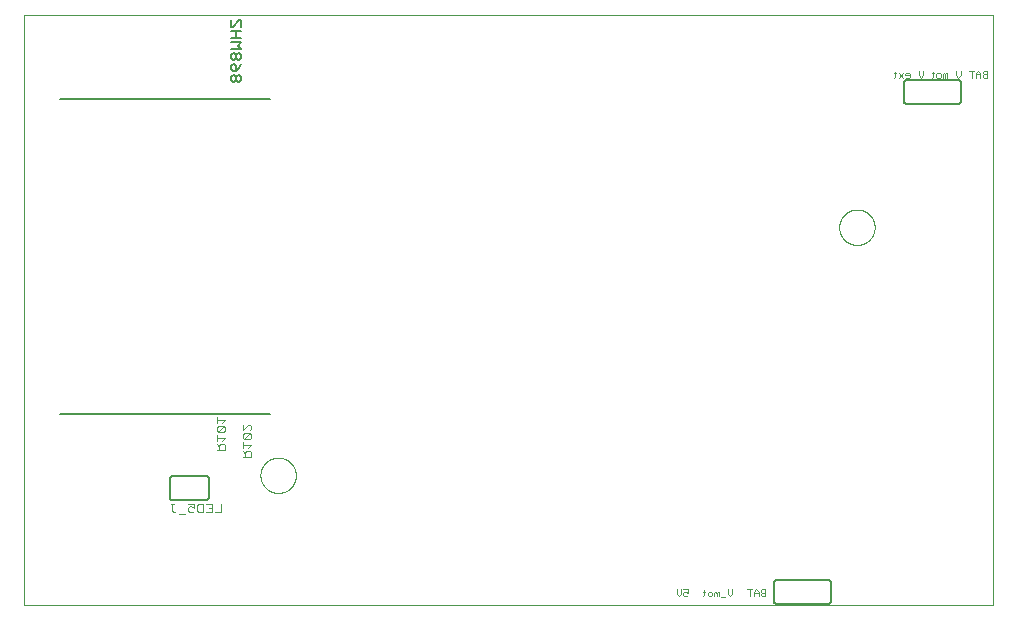
<source format=gbo>
G75*
%MOIN*%
%OFA0B0*%
%FSLAX25Y25*%
%IPPOS*%
%LPD*%
%AMOC8*
5,1,8,0,0,1.08239X$1,22.5*
%
%ADD10C,0.00000*%
%ADD11C,0.00200*%
%ADD12C,0.00300*%
%ADD13C,0.00600*%
%ADD14C,0.00500*%
%ADD15C,0.00700*%
D10*
X0005163Y0012652D02*
X0005163Y0209502D01*
X0327998Y0209502D01*
X0327998Y0012652D01*
X0005163Y0012652D01*
X0083903Y0055959D02*
X0083905Y0056112D01*
X0083911Y0056266D01*
X0083921Y0056419D01*
X0083935Y0056571D01*
X0083953Y0056724D01*
X0083975Y0056875D01*
X0084000Y0057026D01*
X0084030Y0057177D01*
X0084064Y0057327D01*
X0084101Y0057475D01*
X0084142Y0057623D01*
X0084187Y0057769D01*
X0084236Y0057915D01*
X0084289Y0058059D01*
X0084345Y0058201D01*
X0084405Y0058342D01*
X0084469Y0058482D01*
X0084536Y0058620D01*
X0084607Y0058756D01*
X0084682Y0058890D01*
X0084759Y0059022D01*
X0084841Y0059152D01*
X0084925Y0059280D01*
X0085013Y0059406D01*
X0085104Y0059529D01*
X0085198Y0059650D01*
X0085296Y0059768D01*
X0085396Y0059884D01*
X0085500Y0059997D01*
X0085606Y0060108D01*
X0085715Y0060216D01*
X0085827Y0060321D01*
X0085941Y0060422D01*
X0086059Y0060521D01*
X0086178Y0060617D01*
X0086300Y0060710D01*
X0086425Y0060799D01*
X0086552Y0060886D01*
X0086681Y0060968D01*
X0086812Y0061048D01*
X0086945Y0061124D01*
X0087080Y0061197D01*
X0087217Y0061266D01*
X0087356Y0061331D01*
X0087496Y0061393D01*
X0087638Y0061451D01*
X0087781Y0061506D01*
X0087926Y0061557D01*
X0088072Y0061604D01*
X0088219Y0061647D01*
X0088367Y0061686D01*
X0088516Y0061722D01*
X0088666Y0061753D01*
X0088817Y0061781D01*
X0088968Y0061805D01*
X0089121Y0061825D01*
X0089273Y0061841D01*
X0089426Y0061853D01*
X0089579Y0061861D01*
X0089732Y0061865D01*
X0089886Y0061865D01*
X0090039Y0061861D01*
X0090192Y0061853D01*
X0090345Y0061841D01*
X0090497Y0061825D01*
X0090650Y0061805D01*
X0090801Y0061781D01*
X0090952Y0061753D01*
X0091102Y0061722D01*
X0091251Y0061686D01*
X0091399Y0061647D01*
X0091546Y0061604D01*
X0091692Y0061557D01*
X0091837Y0061506D01*
X0091980Y0061451D01*
X0092122Y0061393D01*
X0092262Y0061331D01*
X0092401Y0061266D01*
X0092538Y0061197D01*
X0092673Y0061124D01*
X0092806Y0061048D01*
X0092937Y0060968D01*
X0093066Y0060886D01*
X0093193Y0060799D01*
X0093318Y0060710D01*
X0093440Y0060617D01*
X0093559Y0060521D01*
X0093677Y0060422D01*
X0093791Y0060321D01*
X0093903Y0060216D01*
X0094012Y0060108D01*
X0094118Y0059997D01*
X0094222Y0059884D01*
X0094322Y0059768D01*
X0094420Y0059650D01*
X0094514Y0059529D01*
X0094605Y0059406D01*
X0094693Y0059280D01*
X0094777Y0059152D01*
X0094859Y0059022D01*
X0094936Y0058890D01*
X0095011Y0058756D01*
X0095082Y0058620D01*
X0095149Y0058482D01*
X0095213Y0058342D01*
X0095273Y0058201D01*
X0095329Y0058059D01*
X0095382Y0057915D01*
X0095431Y0057769D01*
X0095476Y0057623D01*
X0095517Y0057475D01*
X0095554Y0057327D01*
X0095588Y0057177D01*
X0095618Y0057026D01*
X0095643Y0056875D01*
X0095665Y0056724D01*
X0095683Y0056571D01*
X0095697Y0056419D01*
X0095707Y0056266D01*
X0095713Y0056112D01*
X0095715Y0055959D01*
X0095713Y0055806D01*
X0095707Y0055652D01*
X0095697Y0055499D01*
X0095683Y0055347D01*
X0095665Y0055194D01*
X0095643Y0055043D01*
X0095618Y0054892D01*
X0095588Y0054741D01*
X0095554Y0054591D01*
X0095517Y0054443D01*
X0095476Y0054295D01*
X0095431Y0054149D01*
X0095382Y0054003D01*
X0095329Y0053859D01*
X0095273Y0053717D01*
X0095213Y0053576D01*
X0095149Y0053436D01*
X0095082Y0053298D01*
X0095011Y0053162D01*
X0094936Y0053028D01*
X0094859Y0052896D01*
X0094777Y0052766D01*
X0094693Y0052638D01*
X0094605Y0052512D01*
X0094514Y0052389D01*
X0094420Y0052268D01*
X0094322Y0052150D01*
X0094222Y0052034D01*
X0094118Y0051921D01*
X0094012Y0051810D01*
X0093903Y0051702D01*
X0093791Y0051597D01*
X0093677Y0051496D01*
X0093559Y0051397D01*
X0093440Y0051301D01*
X0093318Y0051208D01*
X0093193Y0051119D01*
X0093066Y0051032D01*
X0092937Y0050950D01*
X0092806Y0050870D01*
X0092673Y0050794D01*
X0092538Y0050721D01*
X0092401Y0050652D01*
X0092262Y0050587D01*
X0092122Y0050525D01*
X0091980Y0050467D01*
X0091837Y0050412D01*
X0091692Y0050361D01*
X0091546Y0050314D01*
X0091399Y0050271D01*
X0091251Y0050232D01*
X0091102Y0050196D01*
X0090952Y0050165D01*
X0090801Y0050137D01*
X0090650Y0050113D01*
X0090497Y0050093D01*
X0090345Y0050077D01*
X0090192Y0050065D01*
X0090039Y0050057D01*
X0089886Y0050053D01*
X0089732Y0050053D01*
X0089579Y0050057D01*
X0089426Y0050065D01*
X0089273Y0050077D01*
X0089121Y0050093D01*
X0088968Y0050113D01*
X0088817Y0050137D01*
X0088666Y0050165D01*
X0088516Y0050196D01*
X0088367Y0050232D01*
X0088219Y0050271D01*
X0088072Y0050314D01*
X0087926Y0050361D01*
X0087781Y0050412D01*
X0087638Y0050467D01*
X0087496Y0050525D01*
X0087356Y0050587D01*
X0087217Y0050652D01*
X0087080Y0050721D01*
X0086945Y0050794D01*
X0086812Y0050870D01*
X0086681Y0050950D01*
X0086552Y0051032D01*
X0086425Y0051119D01*
X0086300Y0051208D01*
X0086178Y0051301D01*
X0086059Y0051397D01*
X0085941Y0051496D01*
X0085827Y0051597D01*
X0085715Y0051702D01*
X0085606Y0051810D01*
X0085500Y0051921D01*
X0085396Y0052034D01*
X0085296Y0052150D01*
X0085198Y0052268D01*
X0085104Y0052389D01*
X0085013Y0052512D01*
X0084925Y0052638D01*
X0084841Y0052766D01*
X0084759Y0052896D01*
X0084682Y0053028D01*
X0084607Y0053162D01*
X0084536Y0053298D01*
X0084469Y0053436D01*
X0084405Y0053576D01*
X0084345Y0053717D01*
X0084289Y0053859D01*
X0084236Y0054003D01*
X0084187Y0054149D01*
X0084142Y0054295D01*
X0084101Y0054443D01*
X0084064Y0054591D01*
X0084030Y0054741D01*
X0084000Y0054892D01*
X0083975Y0055043D01*
X0083953Y0055194D01*
X0083935Y0055347D01*
X0083921Y0055499D01*
X0083911Y0055652D01*
X0083905Y0055806D01*
X0083903Y0055959D01*
X0276816Y0138636D02*
X0276818Y0138789D01*
X0276824Y0138943D01*
X0276834Y0139096D01*
X0276848Y0139248D01*
X0276866Y0139401D01*
X0276888Y0139552D01*
X0276913Y0139703D01*
X0276943Y0139854D01*
X0276977Y0140004D01*
X0277014Y0140152D01*
X0277055Y0140300D01*
X0277100Y0140446D01*
X0277149Y0140592D01*
X0277202Y0140736D01*
X0277258Y0140878D01*
X0277318Y0141019D01*
X0277382Y0141159D01*
X0277449Y0141297D01*
X0277520Y0141433D01*
X0277595Y0141567D01*
X0277672Y0141699D01*
X0277754Y0141829D01*
X0277838Y0141957D01*
X0277926Y0142083D01*
X0278017Y0142206D01*
X0278111Y0142327D01*
X0278209Y0142445D01*
X0278309Y0142561D01*
X0278413Y0142674D01*
X0278519Y0142785D01*
X0278628Y0142893D01*
X0278740Y0142998D01*
X0278854Y0143099D01*
X0278972Y0143198D01*
X0279091Y0143294D01*
X0279213Y0143387D01*
X0279338Y0143476D01*
X0279465Y0143563D01*
X0279594Y0143645D01*
X0279725Y0143725D01*
X0279858Y0143801D01*
X0279993Y0143874D01*
X0280130Y0143943D01*
X0280269Y0144008D01*
X0280409Y0144070D01*
X0280551Y0144128D01*
X0280694Y0144183D01*
X0280839Y0144234D01*
X0280985Y0144281D01*
X0281132Y0144324D01*
X0281280Y0144363D01*
X0281429Y0144399D01*
X0281579Y0144430D01*
X0281730Y0144458D01*
X0281881Y0144482D01*
X0282034Y0144502D01*
X0282186Y0144518D01*
X0282339Y0144530D01*
X0282492Y0144538D01*
X0282645Y0144542D01*
X0282799Y0144542D01*
X0282952Y0144538D01*
X0283105Y0144530D01*
X0283258Y0144518D01*
X0283410Y0144502D01*
X0283563Y0144482D01*
X0283714Y0144458D01*
X0283865Y0144430D01*
X0284015Y0144399D01*
X0284164Y0144363D01*
X0284312Y0144324D01*
X0284459Y0144281D01*
X0284605Y0144234D01*
X0284750Y0144183D01*
X0284893Y0144128D01*
X0285035Y0144070D01*
X0285175Y0144008D01*
X0285314Y0143943D01*
X0285451Y0143874D01*
X0285586Y0143801D01*
X0285719Y0143725D01*
X0285850Y0143645D01*
X0285979Y0143563D01*
X0286106Y0143476D01*
X0286231Y0143387D01*
X0286353Y0143294D01*
X0286472Y0143198D01*
X0286590Y0143099D01*
X0286704Y0142998D01*
X0286816Y0142893D01*
X0286925Y0142785D01*
X0287031Y0142674D01*
X0287135Y0142561D01*
X0287235Y0142445D01*
X0287333Y0142327D01*
X0287427Y0142206D01*
X0287518Y0142083D01*
X0287606Y0141957D01*
X0287690Y0141829D01*
X0287772Y0141699D01*
X0287849Y0141567D01*
X0287924Y0141433D01*
X0287995Y0141297D01*
X0288062Y0141159D01*
X0288126Y0141019D01*
X0288186Y0140878D01*
X0288242Y0140736D01*
X0288295Y0140592D01*
X0288344Y0140446D01*
X0288389Y0140300D01*
X0288430Y0140152D01*
X0288467Y0140004D01*
X0288501Y0139854D01*
X0288531Y0139703D01*
X0288556Y0139552D01*
X0288578Y0139401D01*
X0288596Y0139248D01*
X0288610Y0139096D01*
X0288620Y0138943D01*
X0288626Y0138789D01*
X0288628Y0138636D01*
X0288626Y0138483D01*
X0288620Y0138329D01*
X0288610Y0138176D01*
X0288596Y0138024D01*
X0288578Y0137871D01*
X0288556Y0137720D01*
X0288531Y0137569D01*
X0288501Y0137418D01*
X0288467Y0137268D01*
X0288430Y0137120D01*
X0288389Y0136972D01*
X0288344Y0136826D01*
X0288295Y0136680D01*
X0288242Y0136536D01*
X0288186Y0136394D01*
X0288126Y0136253D01*
X0288062Y0136113D01*
X0287995Y0135975D01*
X0287924Y0135839D01*
X0287849Y0135705D01*
X0287772Y0135573D01*
X0287690Y0135443D01*
X0287606Y0135315D01*
X0287518Y0135189D01*
X0287427Y0135066D01*
X0287333Y0134945D01*
X0287235Y0134827D01*
X0287135Y0134711D01*
X0287031Y0134598D01*
X0286925Y0134487D01*
X0286816Y0134379D01*
X0286704Y0134274D01*
X0286590Y0134173D01*
X0286472Y0134074D01*
X0286353Y0133978D01*
X0286231Y0133885D01*
X0286106Y0133796D01*
X0285979Y0133709D01*
X0285850Y0133627D01*
X0285719Y0133547D01*
X0285586Y0133471D01*
X0285451Y0133398D01*
X0285314Y0133329D01*
X0285175Y0133264D01*
X0285035Y0133202D01*
X0284893Y0133144D01*
X0284750Y0133089D01*
X0284605Y0133038D01*
X0284459Y0132991D01*
X0284312Y0132948D01*
X0284164Y0132909D01*
X0284015Y0132873D01*
X0283865Y0132842D01*
X0283714Y0132814D01*
X0283563Y0132790D01*
X0283410Y0132770D01*
X0283258Y0132754D01*
X0283105Y0132742D01*
X0282952Y0132734D01*
X0282799Y0132730D01*
X0282645Y0132730D01*
X0282492Y0132734D01*
X0282339Y0132742D01*
X0282186Y0132754D01*
X0282034Y0132770D01*
X0281881Y0132790D01*
X0281730Y0132814D01*
X0281579Y0132842D01*
X0281429Y0132873D01*
X0281280Y0132909D01*
X0281132Y0132948D01*
X0280985Y0132991D01*
X0280839Y0133038D01*
X0280694Y0133089D01*
X0280551Y0133144D01*
X0280409Y0133202D01*
X0280269Y0133264D01*
X0280130Y0133329D01*
X0279993Y0133398D01*
X0279858Y0133471D01*
X0279725Y0133547D01*
X0279594Y0133627D01*
X0279465Y0133709D01*
X0279338Y0133796D01*
X0279213Y0133885D01*
X0279091Y0133978D01*
X0278972Y0134074D01*
X0278854Y0134173D01*
X0278740Y0134274D01*
X0278628Y0134379D01*
X0278519Y0134487D01*
X0278413Y0134598D01*
X0278309Y0134711D01*
X0278209Y0134827D01*
X0278111Y0134945D01*
X0278017Y0135066D01*
X0277926Y0135189D01*
X0277838Y0135315D01*
X0277754Y0135443D01*
X0277672Y0135573D01*
X0277595Y0135705D01*
X0277520Y0135839D01*
X0277449Y0135975D01*
X0277382Y0136113D01*
X0277318Y0136253D01*
X0277258Y0136394D01*
X0277202Y0136536D01*
X0277149Y0136680D01*
X0277100Y0136826D01*
X0277055Y0136972D01*
X0277014Y0137120D01*
X0276977Y0137268D01*
X0276943Y0137418D01*
X0276913Y0137569D01*
X0276888Y0137720D01*
X0276866Y0137871D01*
X0276848Y0138024D01*
X0276834Y0138176D01*
X0276824Y0138329D01*
X0276818Y0138483D01*
X0276816Y0138636D01*
D11*
X0295165Y0188496D02*
X0295532Y0188863D01*
X0295532Y0190331D01*
X0295899Y0189964D02*
X0295165Y0189964D01*
X0296641Y0189964D02*
X0298109Y0188496D01*
X0298851Y0189230D02*
X0300319Y0189230D01*
X0300319Y0188863D02*
X0300319Y0189597D01*
X0299952Y0189964D01*
X0299218Y0189964D01*
X0298851Y0189597D01*
X0298851Y0189230D01*
X0299218Y0188496D02*
X0299952Y0188496D01*
X0300319Y0188863D01*
X0301061Y0188129D02*
X0302529Y0188129D01*
X0303271Y0189230D02*
X0303271Y0190698D01*
X0303271Y0189230D02*
X0304005Y0188496D01*
X0304739Y0189230D01*
X0304739Y0190698D01*
X0307688Y0189964D02*
X0308422Y0189964D01*
X0308055Y0190331D02*
X0308055Y0188863D01*
X0307688Y0188496D01*
X0309164Y0188863D02*
X0309164Y0189597D01*
X0309531Y0189964D01*
X0310265Y0189964D01*
X0310632Y0189597D01*
X0310632Y0188863D01*
X0310265Y0188496D01*
X0309531Y0188496D01*
X0309164Y0188863D01*
X0311374Y0188496D02*
X0311374Y0189597D01*
X0311741Y0189964D01*
X0312108Y0189597D01*
X0312108Y0188496D01*
X0312842Y0188496D02*
X0312842Y0189964D01*
X0312475Y0189964D01*
X0312108Y0189597D01*
X0313584Y0188129D02*
X0315052Y0188129D01*
X0315794Y0189230D02*
X0315794Y0190698D01*
X0317262Y0190698D02*
X0317262Y0189230D01*
X0316528Y0188496D01*
X0315794Y0189230D01*
X0320213Y0190698D02*
X0321681Y0190698D01*
X0320947Y0190698D02*
X0320947Y0188496D01*
X0322423Y0188496D02*
X0322423Y0189964D01*
X0323157Y0190698D01*
X0323891Y0189964D01*
X0323891Y0188496D01*
X0324633Y0188863D02*
X0325000Y0188496D01*
X0326101Y0188496D01*
X0326101Y0190698D01*
X0325000Y0190698D01*
X0324633Y0190331D01*
X0324633Y0189964D01*
X0325000Y0189597D01*
X0326101Y0189597D01*
X0325000Y0189597D02*
X0324633Y0189230D01*
X0324633Y0188863D01*
X0323891Y0189597D02*
X0322423Y0189597D01*
X0298109Y0189964D02*
X0296641Y0188496D01*
X0252137Y0017935D02*
X0251036Y0017935D01*
X0250669Y0017568D01*
X0250669Y0017201D01*
X0251036Y0016834D01*
X0252137Y0016834D01*
X0252137Y0015733D02*
X0251036Y0015733D01*
X0250669Y0016100D01*
X0250669Y0016467D01*
X0251036Y0016834D01*
X0249927Y0016834D02*
X0248459Y0016834D01*
X0248459Y0017201D02*
X0248459Y0015733D01*
X0249927Y0015733D02*
X0249927Y0017201D01*
X0249193Y0017935D01*
X0248459Y0017201D01*
X0247717Y0017935D02*
X0246249Y0017935D01*
X0246983Y0017935D02*
X0246983Y0015733D01*
X0241088Y0016467D02*
X0241088Y0017935D01*
X0241088Y0016467D02*
X0240354Y0015733D01*
X0239620Y0016467D01*
X0239620Y0017935D01*
X0238878Y0015366D02*
X0237410Y0015366D01*
X0236668Y0015733D02*
X0236668Y0017201D01*
X0236301Y0017201D01*
X0235934Y0016834D01*
X0235567Y0017201D01*
X0235200Y0016834D01*
X0235200Y0015733D01*
X0235934Y0015733D02*
X0235934Y0016834D01*
X0234458Y0016834D02*
X0234458Y0016100D01*
X0234091Y0015733D01*
X0233357Y0015733D01*
X0232990Y0016100D01*
X0232990Y0016834D01*
X0233357Y0017201D01*
X0234091Y0017201D01*
X0234458Y0016834D01*
X0232248Y0017201D02*
X0231514Y0017201D01*
X0231881Y0017568D02*
X0231881Y0016100D01*
X0231514Y0015733D01*
X0226355Y0016100D02*
X0225988Y0015733D01*
X0225254Y0015733D01*
X0224887Y0016100D01*
X0224887Y0016834D01*
X0225254Y0017201D01*
X0225621Y0017201D01*
X0226355Y0016834D01*
X0226355Y0017935D01*
X0224887Y0017935D01*
X0224145Y0017935D02*
X0224145Y0016467D01*
X0223411Y0015733D01*
X0222677Y0016467D01*
X0222677Y0017935D01*
X0252137Y0017935D02*
X0252137Y0015733D01*
D12*
X0080853Y0062115D02*
X0080853Y0063566D01*
X0080370Y0064050D01*
X0079402Y0064050D01*
X0078918Y0063566D01*
X0078918Y0062115D01*
X0077951Y0062115D02*
X0080853Y0062115D01*
X0078918Y0063083D02*
X0077951Y0064050D01*
X0077951Y0065062D02*
X0077951Y0066997D01*
X0077951Y0066029D02*
X0080853Y0066029D01*
X0079886Y0065062D01*
X0080370Y0068008D02*
X0078435Y0068008D01*
X0080370Y0069943D01*
X0078435Y0069943D01*
X0077951Y0069459D01*
X0077951Y0068492D01*
X0078435Y0068008D01*
X0080370Y0068008D02*
X0080853Y0068492D01*
X0080853Y0069459D01*
X0080370Y0069943D01*
X0080370Y0070955D02*
X0080853Y0071438D01*
X0080853Y0072406D01*
X0080370Y0072890D01*
X0079886Y0072890D01*
X0077951Y0070955D01*
X0077951Y0072890D01*
X0072184Y0071878D02*
X0072184Y0070910D01*
X0071700Y0070427D01*
X0069765Y0070427D01*
X0071700Y0072361D01*
X0069765Y0072361D01*
X0069281Y0071878D01*
X0069281Y0070910D01*
X0069765Y0070427D01*
X0069281Y0069415D02*
X0069281Y0067480D01*
X0069281Y0068447D02*
X0072184Y0068447D01*
X0071216Y0067480D01*
X0070733Y0066468D02*
X0070249Y0065985D01*
X0070249Y0064533D01*
X0069281Y0064533D02*
X0072184Y0064533D01*
X0072184Y0065985D01*
X0071700Y0066468D01*
X0070733Y0066468D01*
X0070249Y0065501D02*
X0069281Y0066468D01*
X0072184Y0071878D02*
X0071700Y0072361D01*
X0071216Y0073373D02*
X0072184Y0074341D01*
X0069281Y0074341D01*
X0069281Y0075308D02*
X0069281Y0073373D01*
X0070628Y0046530D02*
X0070628Y0043628D01*
X0068693Y0043628D01*
X0067681Y0043628D02*
X0065746Y0043628D01*
X0064734Y0043628D02*
X0063283Y0043628D01*
X0062800Y0044112D01*
X0062800Y0046047D01*
X0063283Y0046530D01*
X0064734Y0046530D01*
X0064734Y0043628D01*
X0066714Y0045079D02*
X0067681Y0045079D01*
X0067681Y0046530D02*
X0067681Y0043628D01*
X0067681Y0046530D02*
X0065746Y0046530D01*
X0061788Y0046530D02*
X0061788Y0045079D01*
X0060820Y0045563D01*
X0060337Y0045563D01*
X0059853Y0045079D01*
X0059853Y0044112D01*
X0060337Y0043628D01*
X0061304Y0043628D01*
X0061788Y0044112D01*
X0061788Y0046530D02*
X0059853Y0046530D01*
X0058841Y0043144D02*
X0056906Y0043144D01*
X0055895Y0044112D02*
X0055411Y0043628D01*
X0054927Y0043628D01*
X0054444Y0044112D01*
X0054444Y0046530D01*
X0054927Y0046530D02*
X0053960Y0046530D01*
D13*
X0054698Y0047778D02*
X0065698Y0047778D01*
X0065758Y0047780D01*
X0065819Y0047785D01*
X0065878Y0047794D01*
X0065937Y0047807D01*
X0065996Y0047823D01*
X0066053Y0047843D01*
X0066108Y0047866D01*
X0066163Y0047893D01*
X0066215Y0047922D01*
X0066266Y0047955D01*
X0066315Y0047991D01*
X0066361Y0048029D01*
X0066405Y0048071D01*
X0066447Y0048115D01*
X0066485Y0048161D01*
X0066521Y0048210D01*
X0066554Y0048261D01*
X0066583Y0048313D01*
X0066610Y0048368D01*
X0066633Y0048423D01*
X0066653Y0048480D01*
X0066669Y0048539D01*
X0066682Y0048598D01*
X0066691Y0048657D01*
X0066696Y0048718D01*
X0066698Y0048778D01*
X0066698Y0054778D01*
X0066696Y0054838D01*
X0066691Y0054899D01*
X0066682Y0054958D01*
X0066669Y0055017D01*
X0066653Y0055076D01*
X0066633Y0055133D01*
X0066610Y0055188D01*
X0066583Y0055243D01*
X0066554Y0055295D01*
X0066521Y0055346D01*
X0066485Y0055395D01*
X0066447Y0055441D01*
X0066405Y0055485D01*
X0066361Y0055527D01*
X0066315Y0055565D01*
X0066266Y0055601D01*
X0066215Y0055634D01*
X0066163Y0055663D01*
X0066108Y0055690D01*
X0066053Y0055713D01*
X0065996Y0055733D01*
X0065937Y0055749D01*
X0065878Y0055762D01*
X0065819Y0055771D01*
X0065758Y0055776D01*
X0065698Y0055778D01*
X0054698Y0055778D01*
X0054638Y0055776D01*
X0054577Y0055771D01*
X0054518Y0055762D01*
X0054459Y0055749D01*
X0054400Y0055733D01*
X0054343Y0055713D01*
X0054288Y0055690D01*
X0054233Y0055663D01*
X0054181Y0055634D01*
X0054130Y0055601D01*
X0054081Y0055565D01*
X0054035Y0055527D01*
X0053991Y0055485D01*
X0053949Y0055441D01*
X0053911Y0055395D01*
X0053875Y0055346D01*
X0053842Y0055295D01*
X0053813Y0055243D01*
X0053786Y0055188D01*
X0053763Y0055133D01*
X0053743Y0055076D01*
X0053727Y0055017D01*
X0053714Y0054958D01*
X0053705Y0054899D01*
X0053700Y0054838D01*
X0053698Y0054778D01*
X0053698Y0048778D01*
X0053700Y0048718D01*
X0053705Y0048657D01*
X0053714Y0048598D01*
X0053727Y0048539D01*
X0053743Y0048480D01*
X0053763Y0048423D01*
X0053786Y0048368D01*
X0053813Y0048313D01*
X0053842Y0048261D01*
X0053875Y0048210D01*
X0053911Y0048161D01*
X0053949Y0048115D01*
X0053991Y0048071D01*
X0054035Y0048029D01*
X0054081Y0047991D01*
X0054130Y0047955D01*
X0054181Y0047922D01*
X0054233Y0047893D01*
X0054288Y0047866D01*
X0054343Y0047843D01*
X0054400Y0047823D01*
X0054459Y0047807D01*
X0054518Y0047794D01*
X0054577Y0047785D01*
X0054638Y0047780D01*
X0054698Y0047778D01*
X0255031Y0020115D02*
X0255031Y0014115D01*
X0255033Y0014055D01*
X0255038Y0013994D01*
X0255047Y0013935D01*
X0255060Y0013876D01*
X0255076Y0013817D01*
X0255096Y0013760D01*
X0255119Y0013705D01*
X0255146Y0013650D01*
X0255175Y0013598D01*
X0255208Y0013547D01*
X0255244Y0013498D01*
X0255282Y0013452D01*
X0255324Y0013408D01*
X0255368Y0013366D01*
X0255414Y0013328D01*
X0255463Y0013292D01*
X0255514Y0013259D01*
X0255566Y0013230D01*
X0255621Y0013203D01*
X0255676Y0013180D01*
X0255733Y0013160D01*
X0255792Y0013144D01*
X0255851Y0013131D01*
X0255910Y0013122D01*
X0255971Y0013117D01*
X0256031Y0013115D01*
X0273031Y0013115D01*
X0273091Y0013117D01*
X0273152Y0013122D01*
X0273211Y0013131D01*
X0273270Y0013144D01*
X0273329Y0013160D01*
X0273386Y0013180D01*
X0273441Y0013203D01*
X0273496Y0013230D01*
X0273548Y0013259D01*
X0273599Y0013292D01*
X0273648Y0013328D01*
X0273694Y0013366D01*
X0273738Y0013408D01*
X0273780Y0013452D01*
X0273818Y0013498D01*
X0273854Y0013547D01*
X0273887Y0013598D01*
X0273916Y0013650D01*
X0273943Y0013705D01*
X0273966Y0013760D01*
X0273986Y0013817D01*
X0274002Y0013876D01*
X0274015Y0013935D01*
X0274024Y0013994D01*
X0274029Y0014055D01*
X0274031Y0014115D01*
X0274031Y0020115D01*
X0274029Y0020175D01*
X0274024Y0020236D01*
X0274015Y0020295D01*
X0274002Y0020354D01*
X0273986Y0020413D01*
X0273966Y0020470D01*
X0273943Y0020525D01*
X0273916Y0020580D01*
X0273887Y0020632D01*
X0273854Y0020683D01*
X0273818Y0020732D01*
X0273780Y0020778D01*
X0273738Y0020822D01*
X0273694Y0020864D01*
X0273648Y0020902D01*
X0273599Y0020938D01*
X0273548Y0020971D01*
X0273496Y0021000D01*
X0273441Y0021027D01*
X0273386Y0021050D01*
X0273329Y0021070D01*
X0273270Y0021086D01*
X0273211Y0021099D01*
X0273152Y0021108D01*
X0273091Y0021113D01*
X0273031Y0021115D01*
X0256031Y0021115D01*
X0255971Y0021113D01*
X0255910Y0021108D01*
X0255851Y0021099D01*
X0255792Y0021086D01*
X0255733Y0021070D01*
X0255676Y0021050D01*
X0255621Y0021027D01*
X0255566Y0021000D01*
X0255514Y0020971D01*
X0255463Y0020938D01*
X0255414Y0020902D01*
X0255368Y0020864D01*
X0255324Y0020822D01*
X0255282Y0020778D01*
X0255244Y0020732D01*
X0255208Y0020683D01*
X0255175Y0020632D01*
X0255146Y0020580D01*
X0255119Y0020525D01*
X0255096Y0020470D01*
X0255076Y0020413D01*
X0255060Y0020354D01*
X0255047Y0020295D01*
X0255038Y0020236D01*
X0255033Y0020175D01*
X0255031Y0020115D01*
X0299337Y0179831D02*
X0316337Y0179831D01*
X0316397Y0179833D01*
X0316458Y0179838D01*
X0316517Y0179847D01*
X0316576Y0179860D01*
X0316635Y0179876D01*
X0316692Y0179896D01*
X0316747Y0179919D01*
X0316802Y0179946D01*
X0316854Y0179975D01*
X0316905Y0180008D01*
X0316954Y0180044D01*
X0317000Y0180082D01*
X0317044Y0180124D01*
X0317086Y0180168D01*
X0317124Y0180214D01*
X0317160Y0180263D01*
X0317193Y0180314D01*
X0317222Y0180366D01*
X0317249Y0180421D01*
X0317272Y0180476D01*
X0317292Y0180533D01*
X0317308Y0180592D01*
X0317321Y0180651D01*
X0317330Y0180710D01*
X0317335Y0180771D01*
X0317337Y0180831D01*
X0317337Y0186831D01*
X0317335Y0186891D01*
X0317330Y0186952D01*
X0317321Y0187011D01*
X0317308Y0187070D01*
X0317292Y0187129D01*
X0317272Y0187186D01*
X0317249Y0187241D01*
X0317222Y0187296D01*
X0317193Y0187348D01*
X0317160Y0187399D01*
X0317124Y0187448D01*
X0317086Y0187494D01*
X0317044Y0187538D01*
X0317000Y0187580D01*
X0316954Y0187618D01*
X0316905Y0187654D01*
X0316854Y0187687D01*
X0316802Y0187716D01*
X0316747Y0187743D01*
X0316692Y0187766D01*
X0316635Y0187786D01*
X0316576Y0187802D01*
X0316517Y0187815D01*
X0316458Y0187824D01*
X0316397Y0187829D01*
X0316337Y0187831D01*
X0299337Y0187831D01*
X0299277Y0187829D01*
X0299216Y0187824D01*
X0299157Y0187815D01*
X0299098Y0187802D01*
X0299039Y0187786D01*
X0298982Y0187766D01*
X0298927Y0187743D01*
X0298872Y0187716D01*
X0298820Y0187687D01*
X0298769Y0187654D01*
X0298720Y0187618D01*
X0298674Y0187580D01*
X0298630Y0187538D01*
X0298588Y0187494D01*
X0298550Y0187448D01*
X0298514Y0187399D01*
X0298481Y0187348D01*
X0298452Y0187296D01*
X0298425Y0187241D01*
X0298402Y0187186D01*
X0298382Y0187129D01*
X0298366Y0187070D01*
X0298353Y0187011D01*
X0298344Y0186952D01*
X0298339Y0186891D01*
X0298337Y0186831D01*
X0298337Y0180831D01*
X0298339Y0180771D01*
X0298344Y0180710D01*
X0298353Y0180651D01*
X0298366Y0180592D01*
X0298382Y0180533D01*
X0298402Y0180476D01*
X0298425Y0180421D01*
X0298452Y0180366D01*
X0298481Y0180314D01*
X0298514Y0180263D01*
X0298550Y0180214D01*
X0298588Y0180168D01*
X0298630Y0180124D01*
X0298674Y0180082D01*
X0298720Y0180044D01*
X0298769Y0180008D01*
X0298820Y0179975D01*
X0298872Y0179946D01*
X0298927Y0179919D01*
X0298982Y0179896D01*
X0299039Y0179876D01*
X0299098Y0179860D01*
X0299157Y0179847D01*
X0299216Y0179838D01*
X0299277Y0179833D01*
X0299337Y0179831D01*
D14*
X0087131Y0181515D02*
X0017053Y0181515D01*
X0017053Y0076515D02*
X0087131Y0076515D01*
D15*
X0076834Y0187065D02*
X0076283Y0187065D01*
X0075733Y0187615D01*
X0075733Y0188716D01*
X0075182Y0189267D01*
X0074632Y0189267D01*
X0074081Y0188716D01*
X0074081Y0187615D01*
X0074632Y0187065D01*
X0075182Y0187065D01*
X0075733Y0187615D01*
X0075733Y0188716D02*
X0076283Y0189267D01*
X0076834Y0189267D01*
X0077384Y0188716D01*
X0077384Y0187615D01*
X0076834Y0187065D01*
X0075733Y0190748D02*
X0075733Y0192400D01*
X0075182Y0192950D01*
X0074632Y0192950D01*
X0074081Y0192400D01*
X0074081Y0191299D01*
X0074632Y0190748D01*
X0075733Y0190748D01*
X0076834Y0191849D01*
X0077384Y0192950D01*
X0076834Y0194431D02*
X0076283Y0194431D01*
X0075733Y0194982D01*
X0075733Y0196083D01*
X0075182Y0196633D01*
X0074632Y0196633D01*
X0074081Y0196083D01*
X0074081Y0194982D01*
X0074632Y0194431D01*
X0075182Y0194431D01*
X0075733Y0194982D01*
X0075733Y0196083D02*
X0076283Y0196633D01*
X0076834Y0196633D01*
X0077384Y0196083D01*
X0077384Y0194982D01*
X0076834Y0194431D01*
X0077384Y0198114D02*
X0074081Y0198114D01*
X0074081Y0200316D02*
X0077384Y0200316D01*
X0076283Y0199215D01*
X0077384Y0198114D01*
X0077384Y0201798D02*
X0074081Y0201798D01*
X0075733Y0201798D02*
X0075733Y0203999D01*
X0077384Y0203999D02*
X0074081Y0203999D01*
X0074081Y0205481D02*
X0074081Y0207683D01*
X0074081Y0205481D02*
X0074632Y0205481D01*
X0076834Y0207683D01*
X0077384Y0207683D01*
X0077384Y0205481D01*
M02*

</source>
